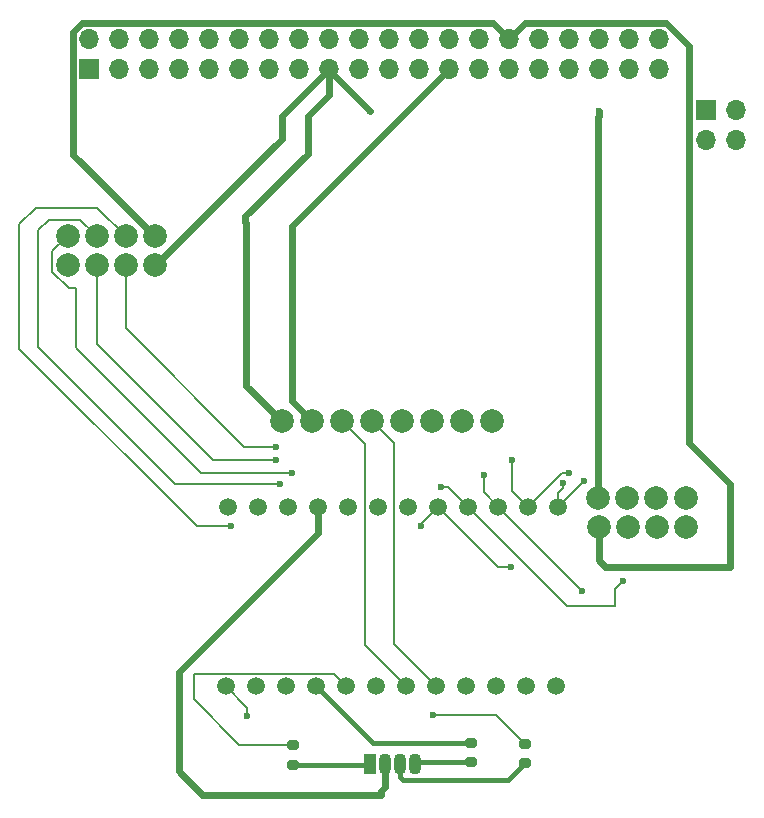
<source format=gbr>
G04 #@! TF.GenerationSoftware,KiCad,Pcbnew,8.0.2*
G04 #@! TF.CreationDate,2024-06-19T11:25:54-04:00*
G04 #@! TF.ProjectId,StringsVR-PiHat,53747269-6e67-4735-9652-2d5069486174,1*
G04 #@! TF.SameCoordinates,Original*
G04 #@! TF.FileFunction,Copper,L1,Top*
G04 #@! TF.FilePolarity,Positive*
%FSLAX46Y46*%
G04 Gerber Fmt 4.6, Leading zero omitted, Abs format (unit mm)*
G04 Created by KiCad (PCBNEW 8.0.2) date 2024-06-19 11:25:54*
%MOMM*%
%LPD*%
G01*
G04 APERTURE LIST*
G04 Aperture macros list*
%AMRoundRect*
0 Rectangle with rounded corners*
0 $1 Rounding radius*
0 $2 $3 $4 $5 $6 $7 $8 $9 X,Y pos of 4 corners*
0 Add a 4 corners polygon primitive as box body*
4,1,4,$2,$3,$4,$5,$6,$7,$8,$9,$2,$3,0*
0 Add four circle primitives for the rounded corners*
1,1,$1+$1,$2,$3*
1,1,$1+$1,$4,$5*
1,1,$1+$1,$6,$7*
1,1,$1+$1,$8,$9*
0 Add four rect primitives between the rounded corners*
20,1,$1+$1,$2,$3,$4,$5,0*
20,1,$1+$1,$4,$5,$6,$7,0*
20,1,$1+$1,$6,$7,$8,$9,0*
20,1,$1+$1,$8,$9,$2,$3,0*%
G04 Aperture macros list end*
G04 #@! TA.AperFunction,ComponentPad*
%ADD10R,1.700000X1.700000*%
G04 #@! TD*
G04 #@! TA.AperFunction,ComponentPad*
%ADD11O,1.700000X1.700000*%
G04 #@! TD*
G04 #@! TA.AperFunction,SMDPad,CuDef*
%ADD12RoundRect,0.200000X0.275000X-0.200000X0.275000X0.200000X-0.275000X0.200000X-0.275000X-0.200000X0*%
G04 #@! TD*
G04 #@! TA.AperFunction,ComponentPad*
%ADD13C,2.000000*%
G04 #@! TD*
G04 #@! TA.AperFunction,ComponentPad*
%ADD14R,1.070000X1.800000*%
G04 #@! TD*
G04 #@! TA.AperFunction,ComponentPad*
%ADD15O,1.070000X1.800000*%
G04 #@! TD*
G04 #@! TA.AperFunction,SMDPad,CuDef*
%ADD16C,1.500000*%
G04 #@! TD*
G04 #@! TA.AperFunction,SMDPad,CuDef*
%ADD17C,2.000000*%
G04 #@! TD*
G04 #@! TA.AperFunction,ViaPad*
%ADD18C,0.600000*%
G04 #@! TD*
G04 #@! TA.AperFunction,Conductor*
%ADD19C,0.600000*%
G04 #@! TD*
G04 #@! TA.AperFunction,Conductor*
%ADD20C,0.400000*%
G04 #@! TD*
G04 #@! TA.AperFunction,Conductor*
%ADD21C,0.150000*%
G04 #@! TD*
G04 #@! TA.AperFunction,Conductor*
%ADD22C,0.200000*%
G04 #@! TD*
G04 APERTURE END LIST*
D10*
X175650000Y-79800000D03*
D11*
X178190000Y-79800000D03*
X175650000Y-82340000D03*
X178190000Y-82340000D03*
D12*
X155720000Y-135060000D03*
X155720000Y-133410000D03*
X160320000Y-135110000D03*
X160320000Y-133460000D03*
D13*
X128980000Y-90510000D03*
X126520000Y-90510000D03*
X124060000Y-90510000D03*
X121600000Y-90510000D03*
X129000000Y-92970000D03*
X126540000Y-92970000D03*
X124080000Y-92970000D03*
X121620000Y-92970000D03*
X166560000Y-115110000D03*
X169020000Y-115110000D03*
X171480000Y-115110000D03*
X173940000Y-115110000D03*
X166540000Y-112650000D03*
X169000000Y-112650000D03*
X171460000Y-112650000D03*
X173920000Y-112650000D03*
D14*
X147220000Y-135210000D03*
D15*
X148490000Y-135210000D03*
X149760000Y-135210000D03*
X151030000Y-135210000D03*
D12*
X140720000Y-135235000D03*
X140720000Y-133585000D03*
D16*
X162960000Y-128610000D03*
X160420000Y-128610000D03*
X157880000Y-128610000D03*
X155340000Y-128610000D03*
X152800000Y-128610000D03*
X150260000Y-128610000D03*
X147720000Y-128610000D03*
X145180000Y-128610000D03*
X142640000Y-128610000D03*
X140100000Y-128610000D03*
X137560000Y-128610000D03*
X135020000Y-128610000D03*
X135180000Y-113410000D03*
X137720000Y-113410000D03*
X140260000Y-113410000D03*
X142800000Y-113410000D03*
X145340000Y-113410000D03*
X147880000Y-113410000D03*
X150420000Y-113410000D03*
X152960000Y-113410000D03*
X155500000Y-113410000D03*
X158040000Y-113410000D03*
X160580000Y-113410000D03*
X163120000Y-113410000D03*
D10*
X123420000Y-76310000D03*
D11*
X123420000Y-73770000D03*
X125960000Y-76310000D03*
X125960000Y-73770000D03*
X128500000Y-76310000D03*
X128500000Y-73770000D03*
X131040000Y-76310000D03*
X131040000Y-73770000D03*
X133580000Y-76310000D03*
X133580000Y-73770000D03*
X136120000Y-76310000D03*
X136120000Y-73770000D03*
X138660000Y-76310000D03*
X138660000Y-73770000D03*
X141200000Y-76310000D03*
X141200000Y-73770000D03*
X143740000Y-76310000D03*
X143740000Y-73770000D03*
X146280000Y-76310000D03*
X146280000Y-73770000D03*
X148820000Y-76310000D03*
X148820000Y-73770000D03*
X151360000Y-76310000D03*
X151360000Y-73770000D03*
X153900000Y-76310000D03*
X153900000Y-73770000D03*
X156440000Y-76310000D03*
X156440000Y-73770000D03*
X158980000Y-76310000D03*
X158980000Y-73770000D03*
X161520000Y-76310000D03*
X161520000Y-73770000D03*
X164060000Y-76310000D03*
X164060000Y-73770000D03*
X166600000Y-76310000D03*
X166600000Y-73770000D03*
X169140000Y-76310000D03*
X169140000Y-73770000D03*
X171680000Y-76310000D03*
X171680000Y-73770000D03*
D17*
X139735000Y-106160000D03*
X142275000Y-106160000D03*
X144815000Y-106160000D03*
X147355000Y-106160000D03*
X149895000Y-106160000D03*
X152435000Y-106160000D03*
X154975000Y-106160000D03*
X157515000Y-106160000D03*
D18*
X166620000Y-79910000D03*
X147220000Y-79910000D03*
X152520000Y-131010000D03*
X136820000Y-131110000D03*
X164020000Y-110510000D03*
X159220000Y-109410000D03*
X139220000Y-109410000D03*
X168620000Y-119710000D03*
X153220000Y-111710000D03*
X139620000Y-111510000D03*
X139220000Y-108310000D03*
X163520000Y-111410000D03*
X165320000Y-111210000D03*
X151520000Y-115010000D03*
X159120000Y-118510000D03*
X135420000Y-115010000D03*
X165120000Y-120510000D03*
X140620000Y-110510000D03*
X156820000Y-110710000D03*
D19*
X140600000Y-89610000D02*
X140600000Y-104485000D01*
X140600000Y-104485000D02*
X142275000Y-106160000D01*
X153900000Y-76310000D02*
X140600000Y-89610000D01*
X136620000Y-89310000D02*
X136620000Y-88810000D01*
X129000000Y-92970000D02*
X139720000Y-82250000D01*
X139720000Y-82250000D02*
X139720000Y-80330000D01*
X166620000Y-80310000D02*
X166540000Y-80390000D01*
X143740000Y-76310000D02*
X143740000Y-76630000D01*
X143720000Y-78510000D02*
X143720000Y-77910000D01*
X143720000Y-77910000D02*
X143740000Y-77890000D01*
X139720000Y-80330000D02*
X143740000Y-76310000D01*
X143740000Y-76430000D02*
X147220000Y-79910000D01*
X141920000Y-83510000D02*
X141920000Y-80310000D01*
X166620000Y-79910000D02*
X166620000Y-80310000D01*
X136620000Y-88810000D02*
X141920000Y-83510000D01*
X143740000Y-76310000D02*
X143740000Y-76430000D01*
X136720000Y-89410000D02*
X136620000Y-89310000D01*
X143740000Y-77890000D02*
X143740000Y-76310000D01*
X136720000Y-103145000D02*
X136720000Y-89410000D01*
X166540000Y-80390000D02*
X166540000Y-112650000D01*
X139735000Y-106160000D02*
X136720000Y-103145000D01*
X141920000Y-80310000D02*
X143720000Y-78510000D01*
X122070000Y-73210811D02*
X122070000Y-83600000D01*
X174220000Y-74400811D02*
X174220000Y-108010000D01*
X172239189Y-72420000D02*
X174220000Y-74400811D01*
X158980000Y-73770000D02*
X157630000Y-72420000D01*
X166560000Y-117950000D02*
X166560000Y-115110000D01*
X158980000Y-73770000D02*
X160330000Y-72420000D01*
X157630000Y-72420000D02*
X122860811Y-72420000D01*
X177720000Y-111510000D02*
X177720000Y-118510000D01*
X177720000Y-118510000D02*
X167120000Y-118510000D01*
X122860811Y-72420000D02*
X122070000Y-73210811D01*
X167120000Y-118510000D02*
X166560000Y-117950000D01*
X160330000Y-72420000D02*
X172239189Y-72420000D01*
X122070000Y-83600000D02*
X128980000Y-90510000D01*
X174220000Y-108010000D02*
X177720000Y-111510000D01*
D20*
X151180000Y-135060000D02*
X151030000Y-135210000D01*
D21*
X151030000Y-135210000D02*
X151030000Y-135575000D01*
D20*
X155720000Y-135060000D02*
X151180000Y-135060000D01*
X150020000Y-136510000D02*
X149760000Y-136250000D01*
X160320000Y-135110000D02*
X158920000Y-136510000D01*
X149760000Y-136250000D02*
X149760000Y-135210000D01*
X158920000Y-136510000D02*
X150020000Y-136510000D01*
X147195000Y-135235000D02*
X147220000Y-135210000D01*
X140720000Y-135235000D02*
X147195000Y-135235000D01*
D19*
X131020000Y-135810000D02*
X133020000Y-137810000D01*
X148120000Y-137810000D02*
X148120000Y-137510000D01*
X148120000Y-137510000D02*
X148490000Y-137140000D01*
X133020000Y-137810000D02*
X148120000Y-137810000D01*
X131020000Y-127410000D02*
X131020000Y-135810000D01*
X131020000Y-127410000D02*
X142800000Y-115630000D01*
X148490000Y-137140000D02*
X148490000Y-135210000D01*
X142800000Y-115630000D02*
X142800000Y-113410000D01*
D22*
X146740000Y-108085000D02*
X146740000Y-125090000D01*
X146740000Y-125090000D02*
X150260000Y-128610000D01*
X144815000Y-106160000D02*
X146740000Y-108085000D01*
X149220000Y-108025000D02*
X147355000Y-106160000D01*
X152800000Y-128610000D02*
X149220000Y-125030000D01*
X149220000Y-125030000D02*
X149220000Y-108025000D01*
X144130000Y-127560000D02*
X132270000Y-127560000D01*
X132270000Y-127560000D02*
X132270000Y-129710000D01*
X132270000Y-129710000D02*
X136145000Y-133585000D01*
X136145000Y-133585000D02*
X140720000Y-133585000D01*
X145180000Y-128610000D02*
X144130000Y-127560000D01*
D20*
X155720000Y-133410000D02*
X147440000Y-133410000D01*
X147440000Y-133410000D02*
X142640000Y-128610000D01*
D21*
X136820000Y-130410000D02*
X135020000Y-128610000D01*
X136820000Y-131110000D02*
X136820000Y-130410000D01*
X157870000Y-131010000D02*
X152520000Y-131010000D01*
X160320000Y-133460000D02*
X157870000Y-131010000D01*
D22*
X124120000Y-96475686D02*
X124120000Y-99610000D01*
X124080000Y-96435686D02*
X124120000Y-96475686D01*
X124120000Y-99610000D02*
X133920000Y-109410000D01*
X163480000Y-110510000D02*
X164020000Y-110510000D01*
X160580000Y-113410000D02*
X163480000Y-110510000D01*
X159220000Y-109410000D02*
X159220000Y-112050000D01*
X124080000Y-92970000D02*
X124080000Y-96435686D01*
X133920000Y-109410000D02*
X139220000Y-109410000D01*
X159220000Y-112050000D02*
X160580000Y-113410000D01*
X153220000Y-111710000D02*
X153800000Y-111710000D01*
X167920000Y-121810000D02*
X167920000Y-120410000D01*
X119120000Y-99910000D02*
X130720000Y-111510000D01*
X153800000Y-111710000D02*
X155500000Y-113410000D01*
X124060000Y-90510000D02*
X122660000Y-89110000D01*
X130720000Y-111510000D02*
X139620000Y-111510000D01*
X119120000Y-90010000D02*
X119120000Y-99910000D01*
X122660000Y-89110000D02*
X120020000Y-89110000D01*
X163900000Y-121810000D02*
X167920000Y-121810000D01*
X155500000Y-113410000D02*
X163900000Y-121810000D01*
X120020000Y-89110000D02*
X119120000Y-90010000D01*
X167920000Y-120410000D02*
X168620000Y-119710000D01*
X126520000Y-98310000D02*
X136520000Y-108310000D01*
X163120000Y-112210000D02*
X163120000Y-113410000D01*
X136520000Y-108310000D02*
X139220000Y-108310000D01*
X126520000Y-94823478D02*
X126520000Y-98310000D01*
X163520000Y-111810000D02*
X163120000Y-112210000D01*
X163520000Y-111410000D02*
X163520000Y-111810000D01*
X163120000Y-113410000D02*
X165320000Y-111210000D01*
X126540000Y-92970000D02*
X126540000Y-94803478D01*
X126540000Y-94803478D02*
X126520000Y-94823478D01*
X117520000Y-89510000D02*
X117520000Y-100010000D01*
X151520000Y-114850000D02*
X152960000Y-113410000D01*
X126520000Y-90510000D02*
X124120000Y-88110000D01*
X124120000Y-88110000D02*
X118920000Y-88110000D01*
X118920000Y-88110000D02*
X117520000Y-89510000D01*
X152960000Y-113410000D02*
X158060000Y-118510000D01*
X117520000Y-100010000D02*
X132520000Y-115010000D01*
X151520000Y-115010000D02*
X151520000Y-114850000D01*
X158060000Y-118510000D02*
X159120000Y-118510000D01*
X132520000Y-115010000D02*
X135420000Y-115010000D01*
X156820000Y-112190000D02*
X158040000Y-113410000D01*
X120320000Y-93508478D02*
X121721522Y-94910000D01*
X122320000Y-94910000D02*
X122320000Y-99910000D01*
X121600000Y-90510000D02*
X120320000Y-91790000D01*
X122320000Y-99910000D02*
X122420000Y-100010000D01*
X120320000Y-91790000D02*
X120320000Y-93508478D01*
X163740000Y-119130000D02*
X165120000Y-120510000D01*
X163740000Y-119110000D02*
X163740000Y-119130000D01*
X156820000Y-110710000D02*
X156820000Y-112190000D01*
X122420000Y-100010000D02*
X132920000Y-110510000D01*
X132920000Y-110510000D02*
X140620000Y-110510000D01*
X158040000Y-113410000D02*
X163740000Y-119110000D01*
X121721522Y-94910000D02*
X122320000Y-94910000D01*
M02*

</source>
